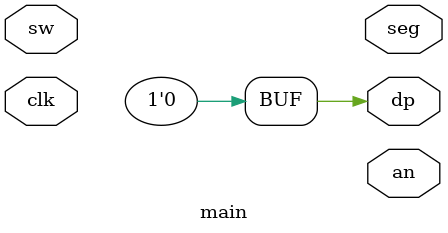
<source format=v>
`timescale 1ns / 1ns

module main(an, seg, dp, sw, clk);

output [3:0] an;
output [6:0] seg;
output reg dp = 0;
input wire [7:0] sw;
input wire clk;

endmodule

</source>
